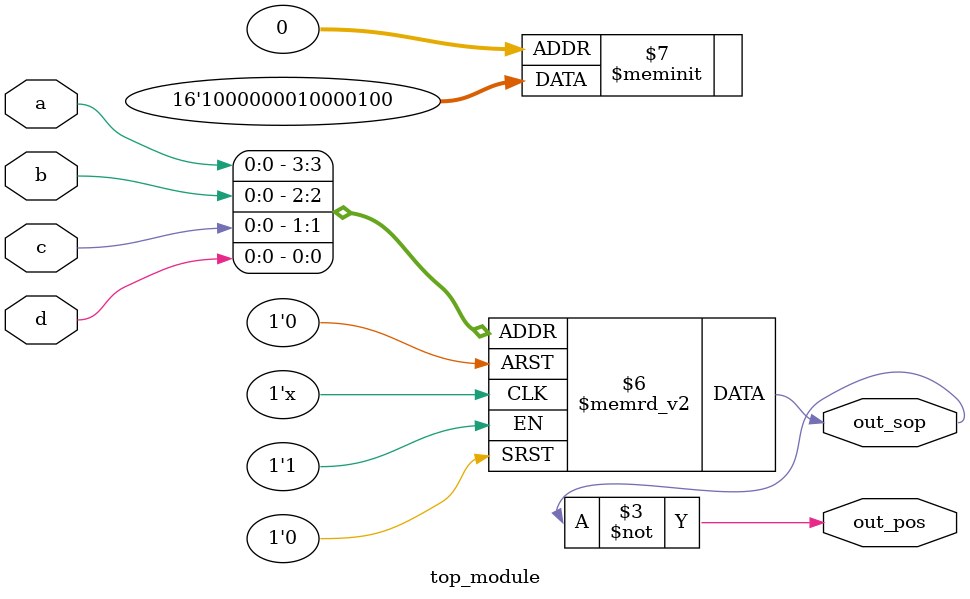
<source format=sv>
module top_module (
    input a,
    input b,
    input c,
    input d,
    output reg out_sop,   // Added "reg" keyword
    output reg out_pos    // Added "reg" keyword
);

  // Create AND gates to detect input conditions
  always @(a, b, c, d) begin   // Added sensitivity list
    case ({a, b, c, d})
      4'b0010, 4'b0111, 4'b1111: out_sop = 1;
      4'b0000, 4'b0001, 4'b0100, 4'b0101,
      4'b0110, 4'b1001, 4'b1010, 4'b1101,
      4'b1110: out_sop = 0;
      default: out_sop = 0;
    endcase
  end

  // Create output equation for out_pos
  always @(a, b, c, d) begin   // Added sensitivity list
    out_pos = ~out_sop;
  end

endmodule

</source>
